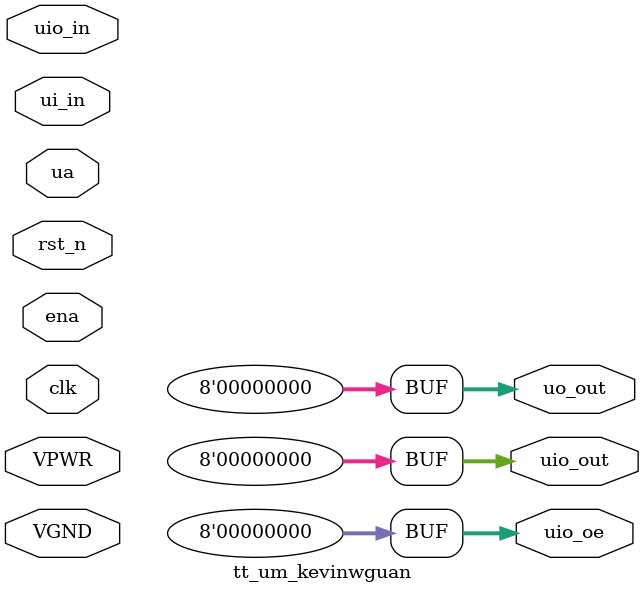
<source format=v>
module tt_um_kevinwguan(	// file.cleaned.mlir:2:3
  input        VGND,	// file.cleaned.mlir:2:34
               VPWR,	// file.cleaned.mlir:2:49
  input  [7:0] ui_in,	// file.cleaned.mlir:2:64
               uio_in,	// file.cleaned.mlir:2:80
  inout  [7:0] ua,	// file.cleaned.mlir:2:100
  input        ena,	// file.cleaned.mlir:2:113
               clk,	// file.cleaned.mlir:2:127
               rst_n,	// file.cleaned.mlir:2:141
  output [7:0] uo_out,	// file.cleaned.mlir:2:158
               uio_out,	// file.cleaned.mlir:2:175
               uio_oe	// file.cleaned.mlir:2:193
);

  assign uo_out = 8'h0;	// file.cleaned.mlir:3:14, :4:5
  assign uio_out = 8'h0;	// file.cleaned.mlir:3:14, :4:5
  assign uio_oe = 8'h0;	// file.cleaned.mlir:3:14, :4:5
endmodule


</source>
